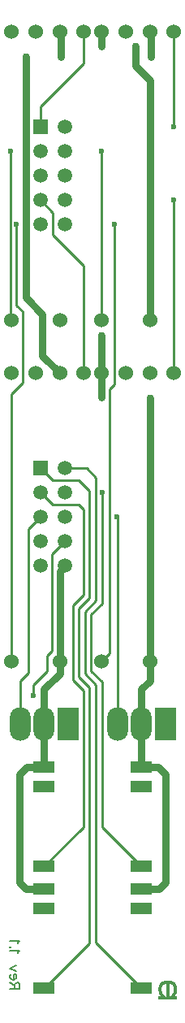
<source format=gbr>
G04 DipTrace 2.4.0.2*
%INBottom.gbr*%
%MOMM*%
%ADD12C,0.025*%
%ADD13C,0.762*%
%ADD14C,0.254*%
%ADD17R,2.2X1.27*%
%ADD18C,1.5*%
%ADD19R,1.5X1.5*%
%ADD20C,1.524*%
%ADD21R,2.2X3.5*%
%ADD22O,2.2X3.5*%
%ADD24C,0.6*%
%ADD49C,0.157*%
%FSLAX53Y53*%
G04*
G71*
G90*
G75*
G01*
%LNBottom*%
%LPD*%
X6076Y65800D2*
D13*
X4287Y67589D1*
Y71921D1*
X2540Y73668D1*
Y86360D1*
Y98753D1*
X15559D2*
Y101360D1*
X15474D1*
X6195Y98753D2*
Y101241D1*
X6076Y101360D1*
X1076Y71360D2*
D14*
X953D1*
Y88900D1*
X4064Y91440D2*
Y93608D1*
X8573Y98118D1*
Y101357D1*
X8576Y101360D1*
X4445Y14384D2*
X8573Y18512D1*
Y32706D1*
X7462Y33817D1*
Y41597D1*
X8573Y42708D1*
Y51599D1*
X8097Y52075D1*
X5329D1*
X4064Y53340D1*
X14605Y14384D2*
X10479Y18510D1*
Y33659D1*
X9367Y34770D1*
Y40644D1*
X10479Y41756D1*
Y53340D1*
X10474Y71360D2*
Y88900D1*
X17941Y91440D2*
Y101327D1*
X17974Y101360D1*
X3334Y32230D2*
Y33341D1*
X4763Y34770D1*
Y36358D1*
X5239Y36834D1*
Y46895D1*
X6604Y48260D1*
X4445Y1684D2*
X4542D1*
X9208Y6351D1*
Y33023D1*
X8097Y34135D1*
Y41279D1*
X9208Y42391D1*
Y53504D1*
X8097Y54616D1*
X5328D1*
X4064Y55880D1*
X6076Y35800D2*
D13*
Y34495D1*
X4445Y32865D1*
Y29210D1*
X15474Y35800D2*
Y33732D1*
X14607Y32865D1*
Y29212D1*
X14605Y29210D1*
X4445D2*
Y24716D1*
X14605Y29210D2*
Y24716D1*
X4445Y12016D2*
X2591D1*
X1905Y12701D1*
Y23974D1*
X2647Y24716D1*
X4445D1*
X14605Y12016D2*
X16461D1*
X17147Y12701D1*
Y23974D1*
X16405Y24716D1*
X14605D1*
X6076Y35800D2*
Y45192D1*
X6604Y45720D1*
X15474Y35800D2*
Y63189D1*
X10474Y65800D2*
Y63287D1*
Y65800D2*
Y69699D1*
X15474Y71360D2*
Y86369D1*
X10474Y99864D2*
Y101360D1*
X15474Y86369D2*
Y96298D1*
X13971Y97800D1*
Y99864D1*
X14605Y1684D2*
D14*
X9844Y6445D1*
Y33341D1*
X8732Y34452D1*
Y40962D1*
X9844Y42073D1*
Y54933D1*
X8897Y55880D1*
X6604D1*
X10474Y35800D2*
X11272Y36598D1*
Y64142D1*
X11749Y64618D1*
Y81280D1*
X17974Y65800D2*
Y83795D1*
X17941Y83829D1*
X1076Y35800D2*
Y63630D1*
X2223Y64777D1*
Y72239D1*
X1588Y72874D1*
Y81280D1*
X8576Y65800D2*
Y76999D1*
X5398Y80177D1*
Y82486D1*
X4064Y83820D1*
X1945Y29210D2*
Y33698D1*
X2858Y34611D1*
Y49594D1*
X4064Y50800D1*
X12105Y29210D2*
Y50767D1*
X12066Y50805D1*
D13*
X2540Y86360D3*
Y98753D3*
X15559D3*
X6195D3*
D24*
X953Y88900D3*
X10479Y53340D3*
X10474Y88900D3*
X17941Y91440D3*
X3334Y32230D3*
D13*
X15474Y63189D3*
X10474Y63287D3*
Y69699D3*
X15474Y86369D3*
X10474Y99864D3*
X13971D3*
D24*
X11749Y81280D3*
X17941Y83829D3*
X1588Y81280D3*
X12066Y50805D3*
D17*
X4445Y14384D3*
Y22683D3*
Y24716D3*
X14605Y14384D3*
Y22683D3*
Y24716D3*
X4445Y1684D3*
Y9983D3*
Y12016D3*
X14605Y1684D3*
Y9983D3*
Y12016D3*
D18*
X4064Y81280D3*
X6604D3*
X4064Y83820D3*
X6604D3*
X4064Y86360D3*
X6604D3*
X4064Y88900D3*
X6604D3*
Y91440D3*
D19*
X4064D3*
D18*
Y45720D3*
X6604D3*
X4064Y48260D3*
X6604D3*
X4064Y50800D3*
X6604D3*
X4064Y53340D3*
X6604D3*
Y55880D3*
D19*
X4064D3*
D20*
X3576Y101360D3*
X6076D3*
X8576D3*
X1076D3*
Y71360D3*
X6076D3*
X12974Y101360D3*
X15474D3*
X17974D3*
X10474D3*
Y71360D3*
X15474D3*
X3576Y65800D3*
X6076D3*
X8576D3*
X1076D3*
Y35800D3*
X6076D3*
X12974Y65800D3*
X15474D3*
X17974D3*
X10474D3*
Y35800D3*
X15474D3*
D21*
X6945Y29210D3*
D22*
X4445D3*
X1945D3*
D21*
X17105D3*
D22*
X14605D3*
X12105D3*
X17166Y2515D2*
D12*
X17496D1*
X17056Y2489D2*
X17599D1*
X16963Y2464D2*
X17687D1*
X16888Y2438D2*
X17759D1*
X16828Y2413D2*
X17818D1*
X16775Y2388D2*
X17869D1*
X16730Y2362D2*
X17912D1*
X16693Y2337D2*
X17950D1*
X16662Y2311D2*
X17985D1*
X16634Y2286D2*
X18015D1*
X16608Y2261D2*
X17124D1*
X17191D2*
X17445D1*
X17546D2*
X18040D1*
X16583Y2235D2*
X17041D1*
X17191D2*
X17445D1*
X17618D2*
X18061D1*
X16561Y2210D2*
X16972D1*
X17191D2*
X17445D1*
X17682D2*
X18083D1*
X16545Y2184D2*
X16916D1*
X17191D2*
X17445D1*
X17737D2*
X18103D1*
X16533Y2159D2*
X16874D1*
X17191D2*
X17445D1*
X17781D2*
X18120D1*
X16519Y2134D2*
X16841D1*
X17191D2*
X17445D1*
X17814D2*
X18135D1*
X16504Y2108D2*
X16812D1*
X17191D2*
X17445D1*
X17838D2*
X18149D1*
X16489Y2083D2*
X16787D1*
X17191D2*
X17445D1*
X17859D2*
X18162D1*
X16476Y2057D2*
X16764D1*
X17191D2*
X17445D1*
X17880D2*
X18172D1*
X16465Y2032D2*
X16745D1*
X17191D2*
X17445D1*
X17900D2*
X18181D1*
X16455Y2007D2*
X16730D1*
X17191D2*
X17445D1*
X17917D2*
X18190D1*
X16446Y1981D2*
X16716D1*
X17191D2*
X17445D1*
X17932D2*
X18199D1*
X16438Y1956D2*
X16703D1*
X17191D2*
X17445D1*
X17946D2*
X18207D1*
X16433Y1930D2*
X16690D1*
X17191D2*
X17445D1*
X17958D2*
X18216D1*
X16427Y1905D2*
X16678D1*
X17191D2*
X17445D1*
X17969D2*
X18223D1*
X16420Y1880D2*
X16668D1*
X17191D2*
X17445D1*
X17978D2*
X18228D1*
X16413Y1854D2*
X16662D1*
X17191D2*
X17445D1*
X17987D2*
X18232D1*
X16408Y1829D2*
X16656D1*
X17191D2*
X17445D1*
X17995D2*
X18236D1*
X16406Y1803D2*
X16648D1*
X17191D2*
X17445D1*
X18000D2*
X18243D1*
X16404Y1778D2*
X16641D1*
X17191D2*
X17445D1*
X18002D2*
X18249D1*
X16404Y1753D2*
X16637D1*
X17191D2*
X17445D1*
X18003D2*
X18254D1*
X16404Y1727D2*
X16634D1*
X17191D2*
X17445D1*
X18004D2*
X18256D1*
X16404Y1702D2*
X16633D1*
X17191D2*
X17445D1*
X18004D2*
X18257D1*
X16404Y1676D2*
X16633D1*
X17191D2*
X17445D1*
X18004D2*
X18258D1*
X16404Y1651D2*
X16632D1*
X17191D2*
X17445D1*
X18004D2*
X18258D1*
X16404Y1626D2*
X16632D1*
X17191D2*
X17445D1*
X18004D2*
X18258D1*
X16404Y1600D2*
X16632D1*
X17191D2*
X17445D1*
X18004D2*
X18258D1*
X16404Y1575D2*
X16632D1*
X17191D2*
X17445D1*
X18004D2*
X18258D1*
X16404Y1549D2*
X16632D1*
X17191D2*
X17445D1*
X18004D2*
X18258D1*
X16404Y1524D2*
X16633D1*
X17191D2*
X17445D1*
X18004D2*
X18257D1*
X16404Y1499D2*
X16637D1*
X17191D2*
X17445D1*
X18004D2*
X18254D1*
X16404Y1473D2*
X16643D1*
X17191D2*
X17445D1*
X18003D2*
X18248D1*
X16405Y1448D2*
X16649D1*
X17191D2*
X17445D1*
X18000D2*
X18241D1*
X16408Y1422D2*
X16654D1*
X17191D2*
X17445D1*
X17994D2*
X18237D1*
X16414Y1397D2*
X16657D1*
X17191D2*
X17445D1*
X17987D2*
X18233D1*
X16421Y1372D2*
X16661D1*
X17191D2*
X17445D1*
X17982D2*
X18229D1*
X16426Y1346D2*
X16668D1*
X17191D2*
X17445D1*
X17976D2*
X18222D1*
X16432Y1321D2*
X16675D1*
X17191D2*
X17445D1*
X17969D2*
X18215D1*
X16439Y1295D2*
X16683D1*
X17191D2*
X17445D1*
X17961D2*
X18207D1*
X16447Y1270D2*
X16693D1*
X17191D2*
X17445D1*
X17953D2*
X18199D1*
X16455Y1245D2*
X16704D1*
X17191D2*
X17445D1*
X17943D2*
X18190D1*
X16464Y1219D2*
X16716D1*
X17191D2*
X17445D1*
X17929D2*
X18182D1*
X16475Y1194D2*
X16732D1*
X17191D2*
X17445D1*
X17910D2*
X18172D1*
X16487Y1168D2*
X16751D1*
X17191D2*
X17445D1*
X17891D2*
X18160D1*
X16500Y1143D2*
X16771D1*
X17191D2*
X17445D1*
X17871D2*
X18146D1*
X16516Y1118D2*
X16791D1*
X17191D2*
X17445D1*
X17853D2*
X18130D1*
X16535Y1092D2*
X16813D1*
X17191D2*
X17445D1*
X17835D2*
X18114D1*
X16554Y1067D2*
X16836D1*
X17191D2*
X17445D1*
X17817D2*
X18096D1*
X16572Y1041D2*
X16857D1*
X17191D2*
X17445D1*
X17796D2*
X18077D1*
X16590Y1016D2*
X16876D1*
X17191D2*
X17445D1*
X17774D2*
X18057D1*
X16611Y991D2*
X16896D1*
X17191D2*
X17445D1*
X17749D2*
X18038D1*
X16634Y965D2*
X16920D1*
X17191D2*
X17445D1*
X17723D2*
X18016D1*
X16660Y940D2*
X16950D1*
X17191D2*
X17445D1*
X17695D2*
X17988D1*
X16689Y914D2*
X16984D1*
X17191D2*
X17445D1*
X17664D2*
X17955D1*
X16724Y889D2*
X17019D1*
X17191D2*
X17445D1*
X17633D2*
X17916D1*
X16766Y864D2*
X17049D1*
X17191D2*
X17445D1*
X17607D2*
X17872D1*
X16378Y838D2*
X17073D1*
X17191D2*
X17445D1*
X17587D2*
X18258D1*
X16378Y813D2*
X17081D1*
X17191D2*
X17445D1*
X17579D2*
X18258D1*
X16378Y787D2*
X17086D1*
X17191D2*
X17445D1*
X17575D2*
X18258D1*
X16378Y762D2*
X17088D1*
X17191D2*
X17445D1*
X17573D2*
X18258D1*
X16378Y737D2*
X17089D1*
X17191D2*
X17445D1*
X17573D2*
X18258D1*
X16378Y711D2*
X17089D1*
X17191D2*
X17445D1*
X17572D2*
X18258D1*
X16378Y686D2*
X17090D1*
X17191D2*
X17445D1*
X17572D2*
X18258D1*
X16378Y660D2*
X17090D1*
X17191D2*
X17445D1*
X17572D2*
X18258D1*
X16378Y635D2*
X17090D1*
X17191D2*
X17445D1*
X17572D2*
X18258D1*
X17166Y2515D2*
X17056Y2489D1*
X16963Y2464D1*
X16888Y2438D1*
X16828Y2413D1*
X16775Y2388D1*
X16730Y2362D1*
X16693Y2337D1*
X16662Y2311D1*
X16634Y2286D1*
X16608Y2261D1*
X16583Y2235D1*
X16561Y2210D1*
X16545Y2184D1*
X16533Y2159D1*
X16519Y2134D1*
X16504Y2108D1*
X16489Y2083D1*
X16476Y2057D1*
X16465Y2032D1*
X16455Y2007D1*
X16446Y1981D1*
X16438Y1956D1*
X16433Y1930D1*
X16427Y1905D1*
X16420Y1880D1*
X16413Y1854D1*
X16408Y1829D1*
X16406Y1803D1*
X16404Y1778D1*
Y1753D1*
Y1727D1*
Y1702D1*
Y1676D1*
Y1651D1*
Y1626D1*
Y1600D1*
Y1575D1*
Y1549D1*
Y1524D1*
Y1499D1*
Y1473D1*
X16405Y1448D1*
X16408Y1422D1*
X16414Y1397D1*
X16421Y1372D1*
X16426Y1346D1*
X16432Y1321D1*
X16439Y1295D1*
X16447Y1270D1*
X16455Y1245D1*
X16464Y1219D1*
X16475Y1194D1*
X16487Y1168D1*
X16500Y1143D1*
X16516Y1118D1*
X16535Y1092D1*
X16554Y1067D1*
X16572Y1041D1*
X16590Y1016D1*
X16611Y991D1*
X16634Y965D1*
X16660Y940D1*
X16689Y914D1*
X16724Y889D1*
X16766Y864D1*
X16810Y838D1*
X17496Y2515D2*
X17599Y2489D1*
X17687Y2464D1*
X17759Y2438D1*
X17818Y2413D1*
X17869Y2388D1*
X17912Y2362D1*
X17950Y2337D1*
X17985Y2311D1*
X18015Y2286D1*
X18040Y2261D1*
X18061Y2235D1*
X18083Y2210D1*
X18103Y2184D1*
X18120Y2159D1*
X18135Y2134D1*
X18149Y2108D1*
X18162Y2083D1*
X18172Y2057D1*
X18181Y2032D1*
X18190Y2007D1*
X18199Y1981D1*
X18207Y1956D1*
X18216Y1930D1*
X18223Y1905D1*
X18228Y1880D1*
X18232Y1854D1*
X18236Y1829D1*
X18243Y1803D1*
X18249Y1778D1*
X18254Y1753D1*
X18256Y1727D1*
X18257Y1702D1*
X18258Y1676D1*
Y1651D1*
Y1626D1*
Y1600D1*
Y1575D1*
Y1549D1*
X18257Y1524D1*
X18254Y1499D1*
X18248Y1473D1*
X18241Y1448D1*
X18237Y1422D1*
X18233Y1397D1*
X18229Y1372D1*
X18222Y1346D1*
X18215Y1321D1*
X18207Y1295D1*
X18199Y1270D1*
X18190Y1245D1*
X18182Y1219D1*
X18172Y1194D1*
X18160Y1168D1*
X18146Y1143D1*
X18130Y1118D1*
X18114Y1092D1*
X18096Y1067D1*
X18077Y1041D1*
X18057Y1016D1*
X18038Y991D1*
X18016Y965D1*
X17988Y940D1*
X17955Y914D1*
X17916Y889D1*
X17872Y864D1*
X17826Y838D1*
X17217Y2286D2*
X17124Y2261D1*
X17041Y2235D1*
X16972Y2210D1*
X16916Y2184D1*
X16874Y2159D1*
X16841Y2134D1*
X16812Y2108D1*
X16787Y2083D1*
X16764Y2057D1*
X16745Y2032D1*
X16730Y2007D1*
X16716Y1981D1*
X16703Y1956D1*
X16690Y1930D1*
X16678Y1905D1*
X16668Y1880D1*
X16662Y1854D1*
X16656Y1829D1*
X16648Y1803D1*
X16641Y1778D1*
X16637Y1753D1*
X16634Y1727D1*
X16633Y1702D1*
Y1676D1*
X16632Y1651D1*
Y1626D1*
Y1600D1*
Y1575D1*
Y1549D1*
X16633Y1524D1*
X16637Y1499D1*
X16643Y1473D1*
X16649Y1448D1*
X16654Y1422D1*
X16657Y1397D1*
X16661Y1372D1*
X16668Y1346D1*
X16675Y1321D1*
X16683Y1295D1*
X16693Y1270D1*
X16704Y1245D1*
X16716Y1219D1*
X16732Y1194D1*
X16751Y1168D1*
X16771Y1143D1*
X16791Y1118D1*
X16813Y1092D1*
X16836Y1067D1*
X16857Y1041D1*
X16876Y1016D1*
X16896Y991D1*
X16920Y965D1*
X16950Y940D1*
X16984Y914D1*
X17019Y889D1*
X17049Y864D1*
X17073Y838D1*
X17081Y813D1*
X17086Y787D1*
X17088Y762D1*
X17089Y737D1*
Y711D1*
X17090Y686D1*
Y660D1*
Y635D1*
X17191Y2286D2*
Y2261D1*
Y2235D1*
Y2210D1*
Y2184D1*
Y2159D1*
Y2134D1*
Y2108D1*
Y2083D1*
Y2057D1*
Y2032D1*
Y2007D1*
Y1981D1*
Y1956D1*
Y1930D1*
Y1905D1*
Y1880D1*
Y1854D1*
Y1829D1*
Y1803D1*
Y1778D1*
Y1753D1*
Y1727D1*
Y1702D1*
Y1676D1*
Y1651D1*
Y1626D1*
Y1600D1*
Y1575D1*
Y1549D1*
Y1524D1*
Y1499D1*
Y1473D1*
Y1448D1*
Y1422D1*
Y1397D1*
Y1372D1*
Y1346D1*
Y1321D1*
Y1295D1*
Y1270D1*
Y1245D1*
Y1219D1*
Y1194D1*
Y1168D1*
Y1143D1*
Y1118D1*
Y1092D1*
Y1067D1*
Y1041D1*
Y1016D1*
Y991D1*
Y965D1*
Y940D1*
Y914D1*
Y889D1*
Y864D1*
Y838D1*
Y813D1*
Y787D1*
Y762D1*
Y737D1*
Y711D1*
Y686D1*
Y660D1*
Y635D1*
X17445Y2286D2*
Y2261D1*
Y2235D1*
Y2210D1*
Y2184D1*
Y2159D1*
Y2134D1*
Y2108D1*
Y2083D1*
Y2057D1*
Y2032D1*
Y2007D1*
Y1981D1*
Y1956D1*
Y1930D1*
Y1905D1*
Y1880D1*
Y1854D1*
Y1829D1*
Y1803D1*
Y1778D1*
Y1753D1*
Y1727D1*
Y1702D1*
Y1676D1*
Y1651D1*
Y1626D1*
Y1600D1*
Y1575D1*
Y1549D1*
Y1524D1*
Y1499D1*
Y1473D1*
Y1448D1*
Y1422D1*
Y1397D1*
Y1372D1*
Y1346D1*
Y1321D1*
Y1295D1*
Y1270D1*
Y1245D1*
Y1219D1*
Y1194D1*
Y1168D1*
Y1143D1*
Y1118D1*
Y1092D1*
Y1067D1*
Y1041D1*
Y1016D1*
Y991D1*
Y965D1*
Y940D1*
Y914D1*
Y889D1*
Y864D1*
Y838D1*
Y813D1*
Y787D1*
Y762D1*
Y737D1*
Y711D1*
Y686D1*
Y660D1*
Y635D1*
X17471Y2286D2*
X17546Y2261D1*
X17618Y2235D1*
X17682Y2210D1*
X17737Y2184D1*
X17781Y2159D1*
X17814Y2134D1*
X17838Y2108D1*
X17859Y2083D1*
X17880Y2057D1*
X17900Y2032D1*
X17917Y2007D1*
X17932Y1981D1*
X17946Y1956D1*
X17958Y1930D1*
X17969Y1905D1*
X17978Y1880D1*
X17987Y1854D1*
X17995Y1829D1*
X18000Y1803D1*
X18002Y1778D1*
X18003Y1753D1*
X18004Y1727D1*
Y1702D1*
Y1676D1*
Y1651D1*
Y1626D1*
Y1600D1*
Y1575D1*
Y1549D1*
Y1524D1*
Y1499D1*
X18003Y1473D1*
X18000Y1448D1*
X17994Y1422D1*
X17987Y1397D1*
X17982Y1372D1*
X17976Y1346D1*
X17969Y1321D1*
X17961Y1295D1*
X17953Y1270D1*
X17943Y1245D1*
X17929Y1219D1*
X17910Y1194D1*
X17891Y1168D1*
X17871Y1143D1*
X17853Y1118D1*
X17835Y1092D1*
X17817Y1067D1*
X17796Y1041D1*
X17774Y1016D1*
X17749Y991D1*
X17723Y965D1*
X17695Y940D1*
X17664Y914D1*
X17633Y889D1*
X17607Y864D1*
X17587Y838D1*
X17579Y813D1*
X17575Y787D1*
X17573Y762D1*
Y737D1*
X17572Y711D1*
Y686D1*
Y660D1*
Y635D1*
X16378Y838D2*
Y813D1*
Y787D1*
Y762D1*
Y737D1*
Y711D1*
Y686D1*
Y660D1*
Y635D1*
X18258Y838D2*
Y813D1*
Y787D1*
Y762D1*
Y737D1*
Y711D1*
Y686D1*
Y660D1*
Y635D1*
X1410Y1609D2*
D49*
Y2046D1*
X1459Y2192D1*
X1508Y2241D1*
X1604Y2289D1*
X1702D1*
X1798Y2241D1*
X1848Y2192D1*
X1896Y2046D1*
Y1609D1*
X875D1*
X1410Y1949D2*
X875Y2289D1*
X1264Y2603D2*
Y3186D1*
X1362D1*
X1459Y3138D1*
X1508Y3089D1*
X1556Y2992D1*
Y2846D1*
X1508Y2749D1*
X1410Y2651D1*
X1264Y2603D1*
X1167D1*
X1021Y2651D1*
X925Y2749D1*
X875Y2846D1*
Y2992D1*
X925Y3089D1*
X1021Y3186D1*
X1556Y3500D2*
X875Y3792D1*
X1556Y4082D1*
X1701Y5384D2*
X1750Y5481D1*
X1895Y5627D1*
X875D1*
X973Y5989D2*
X924Y5941D1*
X875Y5989D1*
X924Y6039D1*
X973Y5989D1*
X1701Y6353D2*
X1750Y6450D1*
X1895Y6596D1*
X875D1*
M02*

</source>
